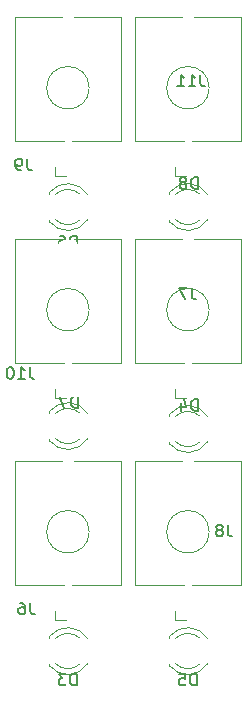
<source format=gbo>
G04 #@! TF.GenerationSoftware,KiCad,Pcbnew,(6.0.0)*
G04 #@! TF.CreationDate,2022-06-27T08:37:13-07:00*
G04 #@! TF.ProjectId,sen,73656e2e-6b69-4636-9164-5f7063625858,rev?*
G04 #@! TF.SameCoordinates,Original*
G04 #@! TF.FileFunction,Legend,Bot*
G04 #@! TF.FilePolarity,Positive*
%FSLAX46Y46*%
G04 Gerber Fmt 4.6, Leading zero omitted, Abs format (unit mm)*
G04 Created by KiCad (PCBNEW (6.0.0)) date 2022-06-27 08:37:13*
%MOMM*%
%LPD*%
G01*
G04 APERTURE LIST*
G04 Aperture macros list*
%AMRoundRect*
0 Rectangle with rounded corners*
0 $1 Rounding radius*
0 $2 $3 $4 $5 $6 $7 $8 $9 X,Y pos of 4 corners*
0 Add a 4 corners polygon primitive as box body*
4,1,4,$2,$3,$4,$5,$6,$7,$8,$9,$2,$3,0*
0 Add four circle primitives for the rounded corners*
1,1,$1+$1,$2,$3*
1,1,$1+$1,$4,$5*
1,1,$1+$1,$6,$7*
1,1,$1+$1,$8,$9*
0 Add four rect primitives between the rounded corners*
20,1,$1+$1,$2,$3,$4,$5,0*
20,1,$1+$1,$4,$5,$6,$7,0*
20,1,$1+$1,$6,$7,$8,$9,0*
20,1,$1+$1,$8,$9,$2,$3,0*%
G04 Aperture macros list end*
%ADD10C,0.150000*%
%ADD11C,0.120000*%
%ADD12R,1.800000X1.800000*%
%ADD13C,1.800000*%
%ADD14R,1.930000X1.830000*%
%ADD15C,2.130000*%
%ADD16R,1.700000X1.700000*%
%ADD17O,1.700000X1.700000*%
%ADD18R,1.500000X2.300000*%
%ADD19O,1.500000X2.300000*%
%ADD20RoundRect,0.250000X0.600000X-0.600000X0.600000X0.600000X-0.600000X0.600000X-0.600000X-0.600000X0*%
%ADD21C,1.700000*%
G04 APERTURE END LIST*
D10*
X149167143Y-96376380D02*
X149167143Y-95376380D01*
X148929048Y-95376380D01*
X148786190Y-95424000D01*
X148690952Y-95519238D01*
X148643333Y-95614476D01*
X148595714Y-95804952D01*
X148595714Y-95947809D01*
X148643333Y-96138285D01*
X148690952Y-96233523D01*
X148786190Y-96328761D01*
X148929048Y-96376380D01*
X149167143Y-96376380D01*
X148262381Y-95376380D02*
X147643333Y-95376380D01*
X147976667Y-95757333D01*
X147833809Y-95757333D01*
X147738571Y-95804952D01*
X147690952Y-95852571D01*
X147643333Y-95947809D01*
X147643333Y-96185904D01*
X147690952Y-96281142D01*
X147738571Y-96328761D01*
X147833809Y-96376380D01*
X148119524Y-96376380D01*
X148214762Y-96328761D01*
X148262381Y-96281142D01*
X158927381Y-62698380D02*
X158927381Y-63412666D01*
X158975000Y-63555523D01*
X159070238Y-63650761D01*
X159213095Y-63698380D01*
X159308333Y-63698380D01*
X158546428Y-62698380D02*
X157879762Y-62698380D01*
X158308333Y-63698380D01*
X144991381Y-51777380D02*
X144991381Y-52491666D01*
X145039000Y-52634523D01*
X145134238Y-52729761D01*
X145277095Y-52777380D01*
X145372333Y-52777380D01*
X144467571Y-52777380D02*
X144277095Y-52777380D01*
X144181857Y-52729761D01*
X144134238Y-52682142D01*
X144039000Y-52539285D01*
X143991381Y-52348809D01*
X143991381Y-51967857D01*
X144039000Y-51872619D01*
X144086619Y-51825000D01*
X144181857Y-51777380D01*
X144372333Y-51777380D01*
X144467571Y-51825000D01*
X144515190Y-51872619D01*
X144562809Y-51967857D01*
X144562809Y-52205952D01*
X144515190Y-52301190D01*
X144467571Y-52348809D01*
X144372333Y-52396428D01*
X144181857Y-52396428D01*
X144086619Y-52348809D01*
X144039000Y-52301190D01*
X143991381Y-52205952D01*
X149263630Y-72886721D02*
X149263630Y-71886721D01*
X149025535Y-71886721D01*
X148882677Y-71934341D01*
X148787439Y-72029579D01*
X148739820Y-72124817D01*
X148692201Y-72315293D01*
X148692201Y-72458150D01*
X148739820Y-72648626D01*
X148787439Y-72743864D01*
X148882677Y-72839102D01*
X149025535Y-72886721D01*
X149263630Y-72886721D01*
X148358868Y-71886721D02*
X147692201Y-71886721D01*
X148120773Y-72886721D01*
X145245381Y-89369380D02*
X145245381Y-90083666D01*
X145293000Y-90226523D01*
X145388238Y-90321761D01*
X145531095Y-90369380D01*
X145626333Y-90369380D01*
X144340619Y-89369380D02*
X144531095Y-89369380D01*
X144626333Y-89417000D01*
X144673952Y-89464619D01*
X144769190Y-89607476D01*
X144816809Y-89797952D01*
X144816809Y-90178904D01*
X144769190Y-90274142D01*
X144721571Y-90321761D01*
X144626333Y-90369380D01*
X144435857Y-90369380D01*
X144340619Y-90321761D01*
X144293000Y-90274142D01*
X144245381Y-90178904D01*
X144245381Y-89940809D01*
X144293000Y-89845571D01*
X144340619Y-89797952D01*
X144435857Y-89750333D01*
X144626333Y-89750333D01*
X144721571Y-89797952D01*
X144769190Y-89845571D01*
X144816809Y-89940809D01*
X149167143Y-59292380D02*
X149167143Y-58292380D01*
X148929048Y-58292380D01*
X148786190Y-58340000D01*
X148690952Y-58435238D01*
X148643333Y-58530476D01*
X148595714Y-58720952D01*
X148595714Y-58863809D01*
X148643333Y-59054285D01*
X148690952Y-59149523D01*
X148786190Y-59244761D01*
X148929048Y-59292380D01*
X149167143Y-59292380D01*
X147738571Y-58292380D02*
X147929048Y-58292380D01*
X148024286Y-58340000D01*
X148071905Y-58387619D01*
X148167143Y-58530476D01*
X148214762Y-58720952D01*
X148214762Y-59101904D01*
X148167143Y-59197142D01*
X148119524Y-59244761D01*
X148024286Y-59292380D01*
X147833809Y-59292380D01*
X147738571Y-59244761D01*
X147690952Y-59197142D01*
X147643333Y-59101904D01*
X147643333Y-58863809D01*
X147690952Y-58768571D01*
X147738571Y-58720952D01*
X147833809Y-58673333D01*
X148024286Y-58673333D01*
X148119524Y-58720952D01*
X148167143Y-58768571D01*
X148214762Y-58863809D01*
X145213571Y-69430380D02*
X145213571Y-70144666D01*
X145261190Y-70287523D01*
X145356428Y-70382761D01*
X145499286Y-70430380D01*
X145594524Y-70430380D01*
X144213571Y-70430380D02*
X144785000Y-70430380D01*
X144499286Y-70430380D02*
X144499286Y-69430380D01*
X144594524Y-69573238D01*
X144689762Y-69668476D01*
X144785000Y-69716095D01*
X143594524Y-69430380D02*
X143499286Y-69430380D01*
X143404048Y-69478000D01*
X143356428Y-69525619D01*
X143308809Y-69620857D01*
X143261190Y-69811333D01*
X143261190Y-70049428D01*
X143308809Y-70239904D01*
X143356428Y-70335142D01*
X143404048Y-70382761D01*
X143499286Y-70430380D01*
X143594524Y-70430380D01*
X143689762Y-70382761D01*
X143737381Y-70335142D01*
X143785000Y-70239904D01*
X143832619Y-70049428D01*
X143832619Y-69811333D01*
X143785000Y-69620857D01*
X143737381Y-69525619D01*
X143689762Y-69478000D01*
X143594524Y-69430380D01*
X159657571Y-44664380D02*
X159657571Y-45378666D01*
X159705190Y-45521523D01*
X159800428Y-45616761D01*
X159943286Y-45664380D01*
X160038524Y-45664380D01*
X158657571Y-45664380D02*
X159229000Y-45664380D01*
X158943286Y-45664380D02*
X158943286Y-44664380D01*
X159038524Y-44807238D01*
X159133762Y-44902476D01*
X159229000Y-44950095D01*
X157705190Y-45664380D02*
X158276619Y-45664380D01*
X157990905Y-45664380D02*
X157990905Y-44664380D01*
X158086143Y-44807238D01*
X158181381Y-44902476D01*
X158276619Y-44950095D01*
X159423630Y-54344721D02*
X159423630Y-53344721D01*
X159185535Y-53344721D01*
X159042677Y-53392341D01*
X158947439Y-53487579D01*
X158899820Y-53582817D01*
X158852201Y-53773293D01*
X158852201Y-53916150D01*
X158899820Y-54106626D01*
X158947439Y-54201864D01*
X159042677Y-54297102D01*
X159185535Y-54344721D01*
X159423630Y-54344721D01*
X158280773Y-53773293D02*
X158376011Y-53725674D01*
X158423630Y-53678055D01*
X158471249Y-53582817D01*
X158471249Y-53535198D01*
X158423630Y-53439960D01*
X158376011Y-53392341D01*
X158280773Y-53344721D01*
X158090296Y-53344721D01*
X157995058Y-53392341D01*
X157947439Y-53439960D01*
X157899820Y-53535198D01*
X157899820Y-53582817D01*
X157947439Y-53678055D01*
X157995058Y-53725674D01*
X158090296Y-53773293D01*
X158280773Y-53773293D01*
X158376011Y-53820912D01*
X158423630Y-53868531D01*
X158471249Y-53963769D01*
X158471249Y-54154245D01*
X158423630Y-54249483D01*
X158376011Y-54297102D01*
X158280773Y-54344721D01*
X158090296Y-54344721D01*
X157995058Y-54297102D01*
X157947439Y-54249483D01*
X157899820Y-54154245D01*
X157899820Y-53963769D01*
X157947439Y-53868531D01*
X157995058Y-53820912D01*
X158090296Y-53773293D01*
X161975381Y-82764380D02*
X161975381Y-83478666D01*
X162023000Y-83621523D01*
X162118238Y-83716761D01*
X162261095Y-83764380D01*
X162356333Y-83764380D01*
X161356333Y-83192952D02*
X161451571Y-83145333D01*
X161499190Y-83097714D01*
X161546809Y-83002476D01*
X161546809Y-82954857D01*
X161499190Y-82859619D01*
X161451571Y-82812000D01*
X161356333Y-82764380D01*
X161165857Y-82764380D01*
X161070619Y-82812000D01*
X161023000Y-82859619D01*
X160975381Y-82954857D01*
X160975381Y-83002476D01*
X161023000Y-83097714D01*
X161070619Y-83145333D01*
X161165857Y-83192952D01*
X161356333Y-83192952D01*
X161451571Y-83240571D01*
X161499190Y-83288190D01*
X161546809Y-83383428D01*
X161546809Y-83573904D01*
X161499190Y-83669142D01*
X161451571Y-83716761D01*
X161356333Y-83764380D01*
X161165857Y-83764380D01*
X161070619Y-83716761D01*
X161023000Y-83669142D01*
X160975381Y-83573904D01*
X160975381Y-83383428D01*
X161023000Y-83288190D01*
X161070619Y-83240571D01*
X161165857Y-83192952D01*
X159327143Y-96376380D02*
X159327143Y-95376380D01*
X159089048Y-95376380D01*
X158946190Y-95424000D01*
X158850952Y-95519238D01*
X158803333Y-95614476D01*
X158755714Y-95804952D01*
X158755714Y-95947809D01*
X158803333Y-96138285D01*
X158850952Y-96233523D01*
X158946190Y-96328761D01*
X159089048Y-96376380D01*
X159327143Y-96376380D01*
X157850952Y-95376380D02*
X158327143Y-95376380D01*
X158374762Y-95852571D01*
X158327143Y-95804952D01*
X158231905Y-95757333D01*
X157993809Y-95757333D01*
X157898571Y-95804952D01*
X157850952Y-95852571D01*
X157803333Y-95947809D01*
X157803333Y-96185904D01*
X157850952Y-96281142D01*
X157898571Y-96328761D01*
X157993809Y-96376380D01*
X158231905Y-96376380D01*
X158327143Y-96328761D01*
X158374762Y-96281142D01*
X159423630Y-73140721D02*
X159423630Y-72140721D01*
X159185535Y-72140721D01*
X159042677Y-72188341D01*
X158947439Y-72283579D01*
X158899820Y-72378817D01*
X158852201Y-72569293D01*
X158852201Y-72712150D01*
X158899820Y-72902626D01*
X158947439Y-72997864D01*
X159042677Y-73093102D01*
X159185535Y-73140721D01*
X159423630Y-73140721D01*
X157995058Y-72474055D02*
X157995058Y-73140721D01*
X158233154Y-72093102D02*
X158471249Y-72807388D01*
X157852201Y-72807388D01*
D11*
X146869048Y-92392000D02*
X146869048Y-92236000D01*
X146869048Y-94708000D02*
X146869048Y-94552000D01*
X150101383Y-92393392D02*
G75*
G03*
X146869048Y-92236484I-1672335J-1078609D01*
G01*
X149470178Y-92392163D02*
G75*
G03*
X147388087Y-92392000I-1041130J-1079837D01*
G01*
X146869048Y-94707516D02*
G75*
G03*
X150101383Y-94550608I1560000J1235517D01*
G01*
X147388087Y-94552000D02*
G75*
G03*
X149470178Y-94551837I1040961J1080000D01*
G01*
X157534048Y-72058000D02*
X158394048Y-72058000D01*
X158094048Y-58578000D02*
X154094048Y-58578000D01*
X163094048Y-69078000D02*
X158944048Y-69078000D01*
X163094048Y-58578000D02*
X159094048Y-58578000D01*
X154094048Y-69078000D02*
X154094048Y-58578000D01*
X163094048Y-69078000D02*
X163094048Y-58578000D01*
X158244048Y-69078000D02*
X154094048Y-69078000D01*
X157534048Y-72058000D02*
X157534048Y-71258000D01*
X160394048Y-64578000D02*
G75*
G03*
X160394048Y-64578000I-1800000J0D01*
G01*
X147374048Y-53262000D02*
X147374048Y-52462000D01*
X152934048Y-39782000D02*
X148934048Y-39782000D01*
X143934048Y-50282000D02*
X143934048Y-39782000D01*
X152934048Y-50282000D02*
X148784048Y-50282000D01*
X147374048Y-53262000D02*
X148234048Y-53262000D01*
X148084048Y-50282000D02*
X143934048Y-50282000D01*
X147934048Y-39782000D02*
X143934048Y-39782000D01*
X152934048Y-50282000D02*
X152934048Y-39782000D01*
X150234048Y-45782000D02*
G75*
G03*
X150234048Y-45782000I-1800000J0D01*
G01*
X146869048Y-73342000D02*
X146869048Y-73186000D01*
X146869048Y-75658000D02*
X146869048Y-75502000D01*
X147388087Y-75502000D02*
G75*
G03*
X149470178Y-75501837I1040961J1080000D01*
G01*
X149470178Y-73342163D02*
G75*
G03*
X147388087Y-73342000I-1041130J-1079837D01*
G01*
X150101383Y-73343392D02*
G75*
G03*
X146869048Y-73186484I-1672335J-1078609D01*
G01*
X146869048Y-75657516D02*
G75*
G03*
X150101383Y-75500608I1560000J1235517D01*
G01*
X147934048Y-77374000D02*
X143934048Y-77374000D01*
X148084048Y-87874000D02*
X143934048Y-87874000D01*
X147374048Y-90854000D02*
X147374048Y-90054000D01*
X152934048Y-87874000D02*
X152934048Y-77374000D01*
X152934048Y-87874000D02*
X148784048Y-87874000D01*
X152934048Y-77374000D02*
X148934048Y-77374000D01*
X143934048Y-87874000D02*
X143934048Y-77374000D01*
X147374048Y-90854000D02*
X148234048Y-90854000D01*
X150234048Y-83374000D02*
G75*
G03*
X150234048Y-83374000I-1800000J0D01*
G01*
X146869048Y-54800000D02*
X146869048Y-54644000D01*
X146869048Y-57116000D02*
X146869048Y-56960000D01*
X149470178Y-54800163D02*
G75*
G03*
X147388087Y-54800000I-1041130J-1079837D01*
G01*
X146869048Y-57115516D02*
G75*
G03*
X150101383Y-56958608I1560000J1235517D01*
G01*
X150101383Y-54801392D02*
G75*
G03*
X146869048Y-54644484I-1672335J-1078609D01*
G01*
X147388087Y-56960000D02*
G75*
G03*
X149470178Y-56959837I1040961J1080000D01*
G01*
X147934048Y-58578000D02*
X143934048Y-58578000D01*
X152934048Y-58578000D02*
X148934048Y-58578000D01*
X147374048Y-72058000D02*
X148234048Y-72058000D01*
X152934048Y-69078000D02*
X152934048Y-58578000D01*
X152934048Y-69078000D02*
X148784048Y-69078000D01*
X143934048Y-69078000D02*
X143934048Y-58578000D01*
X147374048Y-72058000D02*
X147374048Y-71258000D01*
X148084048Y-69078000D02*
X143934048Y-69078000D01*
X150234048Y-64578000D02*
G75*
G03*
X150234048Y-64578000I-1800000J0D01*
G01*
X158094048Y-39782000D02*
X154094048Y-39782000D01*
X158244048Y-50282000D02*
X154094048Y-50282000D01*
X154094048Y-50282000D02*
X154094048Y-39782000D01*
X157534048Y-53262000D02*
X157534048Y-52462000D01*
X157534048Y-53262000D02*
X158394048Y-53262000D01*
X163094048Y-39782000D02*
X159094048Y-39782000D01*
X163094048Y-50282000D02*
X163094048Y-39782000D01*
X163094048Y-50282000D02*
X158944048Y-50282000D01*
X160394048Y-45782000D02*
G75*
G03*
X160394048Y-45782000I-1800000J0D01*
G01*
X157029048Y-54800000D02*
X157029048Y-54644000D01*
X157029048Y-57116000D02*
X157029048Y-56960000D01*
X157029048Y-57115516D02*
G75*
G03*
X160261383Y-56958608I1560000J1235517D01*
G01*
X159630178Y-54800163D02*
G75*
G03*
X157548087Y-54800000I-1041130J-1079837D01*
G01*
X157548087Y-56960000D02*
G75*
G03*
X159630178Y-56959837I1040961J1080000D01*
G01*
X160261383Y-54801392D02*
G75*
G03*
X157029048Y-54644484I-1672335J-1078609D01*
G01*
X154094048Y-87874000D02*
X154094048Y-77374000D01*
X158094048Y-77374000D02*
X154094048Y-77374000D01*
X163094048Y-87874000D02*
X158944048Y-87874000D01*
X158244048Y-87874000D02*
X154094048Y-87874000D01*
X157534048Y-90854000D02*
X157534048Y-90054000D01*
X163094048Y-77374000D02*
X159094048Y-77374000D01*
X157534048Y-90854000D02*
X158394048Y-90854000D01*
X163094048Y-87874000D02*
X163094048Y-77374000D01*
X160394048Y-83374000D02*
G75*
G03*
X160394048Y-83374000I-1800000J0D01*
G01*
X157029048Y-92392000D02*
X157029048Y-92236000D01*
X157029048Y-94708000D02*
X157029048Y-94552000D01*
X157548087Y-94552000D02*
G75*
G03*
X159630178Y-94551837I1040961J1080000D01*
G01*
X157029048Y-94707516D02*
G75*
G03*
X160261383Y-94550608I1560000J1235517D01*
G01*
X160261383Y-92393392D02*
G75*
G03*
X157029048Y-92236484I-1672335J-1078609D01*
G01*
X159630178Y-92392163D02*
G75*
G03*
X157548087Y-92392000I-1041130J-1079837D01*
G01*
X157029048Y-75912000D02*
X157029048Y-75756000D01*
X157029048Y-73596000D02*
X157029048Y-73440000D01*
X160261383Y-73597392D02*
G75*
G03*
X157029048Y-73440484I-1672335J-1078609D01*
G01*
X159630178Y-73596163D02*
G75*
G03*
X157548087Y-73596000I-1041130J-1079837D01*
G01*
X157029048Y-75911516D02*
G75*
G03*
X160261383Y-75754608I1560000J1235517D01*
G01*
X157548087Y-75756000D02*
G75*
G03*
X159630178Y-75755837I1040961J1080000D01*
G01*
%LPC*%
D12*
X147159048Y-93472000D03*
D13*
X149699048Y-93472000D03*
D14*
X158594048Y-71058000D03*
D15*
X158594048Y-59658000D03*
X158594048Y-67958000D03*
D14*
X148434048Y-52262000D03*
D15*
X148434048Y-40862000D03*
X148434048Y-49162000D03*
D12*
X147159048Y-74422000D03*
D13*
X149699048Y-74422000D03*
D14*
X148434048Y-89854000D03*
D15*
X148434048Y-78454000D03*
X148434048Y-86754000D03*
D12*
X147159048Y-55880000D03*
D13*
X149699048Y-55880000D03*
D14*
X148434048Y-71058000D03*
D15*
X148434048Y-59658000D03*
X148434048Y-67958000D03*
D14*
X158594048Y-52262000D03*
D15*
X158594048Y-40862000D03*
X158594048Y-49162000D03*
D12*
X157319048Y-55880000D03*
D13*
X159859048Y-55880000D03*
D14*
X158594048Y-89854000D03*
D15*
X158594048Y-78454000D03*
X158594048Y-86754000D03*
D12*
X157319048Y-93472000D03*
D13*
X159859048Y-93472000D03*
D12*
X157319048Y-74676000D03*
D13*
X159859048Y-74676000D03*
D16*
X161134048Y-96520000D03*
D17*
X161134048Y-99060000D03*
X161134048Y-101600000D03*
X161134048Y-104140000D03*
X161134048Y-106680000D03*
X161134048Y-109220000D03*
X161134048Y-111760000D03*
D18*
X159263048Y-120220500D03*
D19*
X156723048Y-120220500D03*
X154183048Y-120220500D03*
D16*
X145894048Y-96520000D03*
D17*
X145894048Y-99060000D03*
X145894048Y-101600000D03*
X145894048Y-104140000D03*
X145894048Y-106680000D03*
X145894048Y-109220000D03*
X145894048Y-111760000D03*
D20*
X148307048Y-135753500D03*
D21*
X148307048Y-133213500D03*
X150847048Y-135753500D03*
X150847048Y-133213500D03*
X153387048Y-135753500D03*
X153387048Y-133213500D03*
X155927048Y-135753500D03*
X155927048Y-133213500D03*
X158467048Y-135753500D03*
X158467048Y-133213500D03*
D16*
X148693048Y-124445000D03*
D17*
X146153048Y-124445000D03*
X148693048Y-121905000D03*
X146153048Y-121905000D03*
X148693048Y-119365000D03*
X146153048Y-119365000D03*
M02*

</source>
